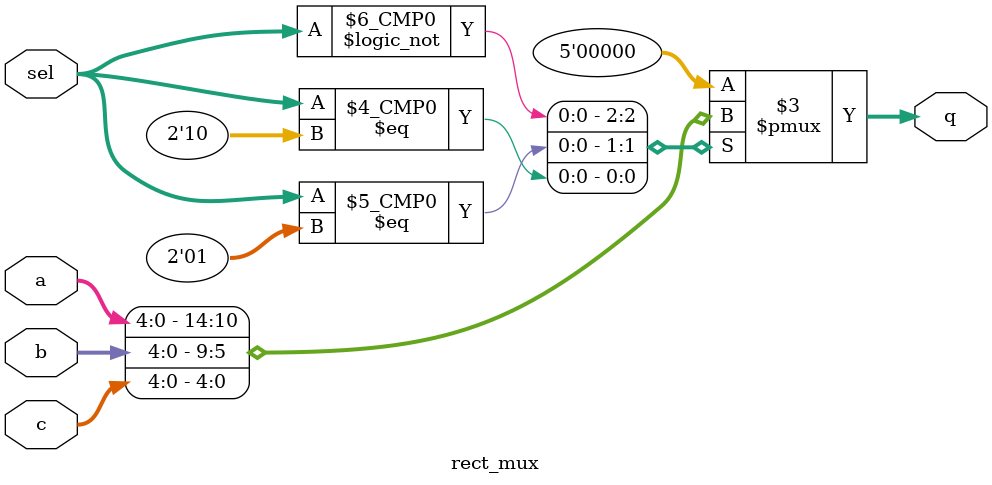
<source format=v>


module rect_mux(
   sel,
   a,
   b,
   c,
   q
);
   input [1:0]  sel;		// 2bit unsigned select
   input [4:0]  a;		// 5bit unsigned
   input [4:0]  b;		// 5bit unsigned
   input [4:0]  c;		// 5bit unsigned
   output [4:0] q;		// 5bit unsigned
   reg [4:0]    q;
   
   
   
   always @(a or b or c or sel)
   begin: mux0
      case (sel)
         2'b00 :
            q <= a;
         2'b01 :
            q <= b;
         2'b10 :
            q <= c;
         default :
            q <= {5{1'b0}};
      endcase
   end
   
endmodule


</source>
